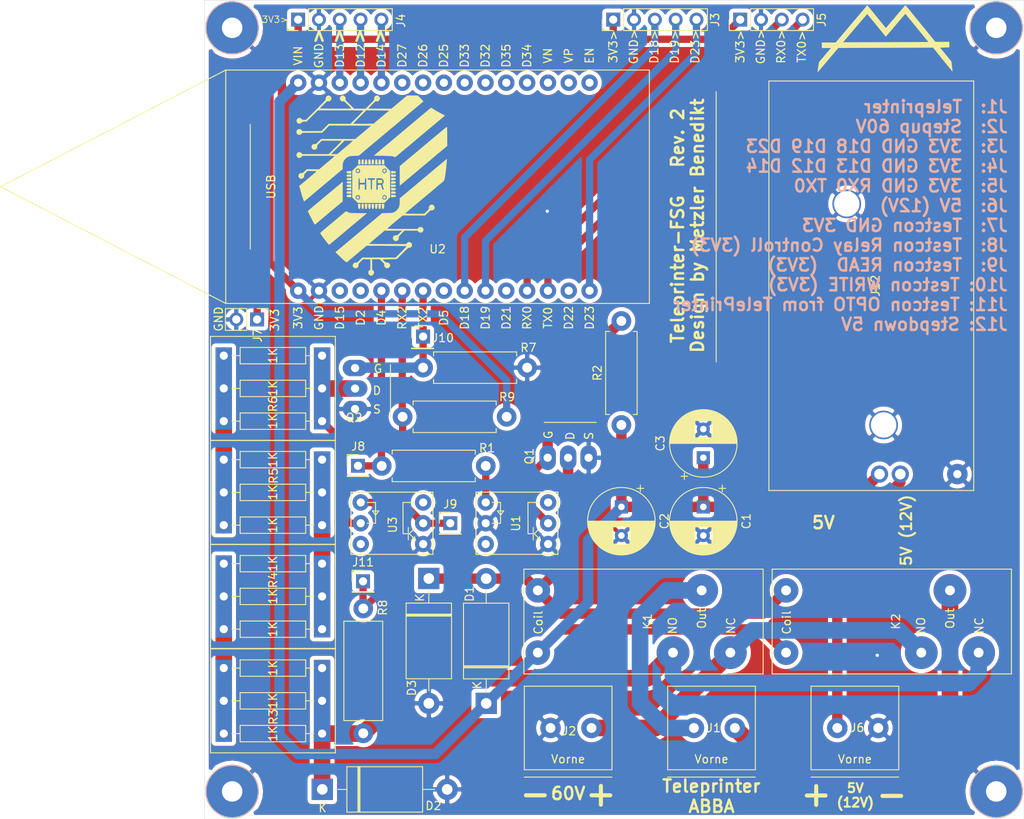
<source format=kicad_pcb>
(kicad_pcb (version 20171130) (host pcbnew "(5.1.5)-3")
  (title_block (title Teleprinter-FSG) (date 2020-09-13) (rev v02) (comment 3 "Project FSG") (comment 4 "made by Metzler "))
  (layers (0 F.Cu signal) (31 B.Cu signal) (34 B.Paste user) (35 F.Paste user) (36 B.SilkS user) (37 F.SilkS user) (38 B.Mask user) (39 F.Mask user) (44 Edge.Cuts user))
  (net 0 "")
  (net 1 GND)
  (net 2 /3V3)
  (net 3 "Net-(J1-Pad1)")
  (net 4 "Net-(Q1-Pad2)")
  (net 5 "Net-(Q2-Pad3)")
  (net 6 "Net-(R4-Pad2)")
  (net 7 "Net-(R5-Pad2)")
  (net 8 /D23)
  (net 9 /D19)
  (net 10 /D18)
  (net 11 /D12)
  (net 12 /D13)
  (net 13 /D14)
  (net 14 /TX0)
  (net 15 /RX0)
  (net 16 /5V)
  (net 17 /Relai_ground)
  (net 18 /Teleprinter_output)
  (net 19 "Net-(J1-Pad2)")
  (net 20 /Step-up_input)
  (net 21 /Voltage_reversal_Relai)
  (net 22 /read)
  (net 23 /write)
  (net 24 "Net-(J11-Pad1)")
  (net 25 "Net-(R1-Pad2)")
  (net 26 "Net-(R3-Pad2)")
  (net 27 /5V_12V)
  (module Fernschreiber:HTR_Logo (layer F.Cu) (at 65.95 62.925)
    (fp_text reference G*** hide)
    (fp_text value LOGO hide)
  )
  (module Fernschreiber:Signatur (layer F.Cu) (at 128.225 46.675 90)
    (fp_text reference G*** hide)
    (fp_text value LOGO hide)
  )
  (module Fernschreiber:Hole (layer F.Cu) (at 142.25 137.75)
    (fp_text reference H4 (at 0 0.5) (layer F.SilkS))
    (fp_text value MountingHole_Pad)
    (pad 1 thru_hole circle (at 0 0) (size 6.5 6.5) (drill 2.5) (layers *.Cu *.Mask) (net 1 GND))
  )
  (module Fernschreiber:Hole (layer F.Cu) (at 49 137.75)
    (fp_text reference H3 (at 0 0.5) (layer F.SilkS))
    (fp_text value MountingHole_Pad)
    (pad 1 thru_hole circle (at 0 0) (size 6.5 6.5) (drill 2.5) (layers *.Cu *.Mask) (net 1 GND))
  )
  (module Fernschreiber:Hole (layer F.Cu) (at 142.25 44.5)
    (fp_text reference H2 (at 0 0.5) (layer F.SilkS))
    (fp_text value MountingHole_Pad)
    (pad 1 thru_hole circle (at 0 0) (size 6.5 6.5) (drill 2.5) (layers *.Cu *.Mask) (net 1 GND))
  )
  (module Fernschreiber:Hole (layer F.Cu) (at 49 44.5)
    (fp_text reference H1 (at 0 0.5) (layer F.SilkS))
    (fp_text value MountingHole_Pad)
    (pad 1 thru_hole circle (at 0 0) (size 6.5 6.5) (drill 2.5) (layers *.Cu *.Mask) (net 1 GND))
  )
  (module Fernschreiber:stepdown (layer F.Cu) (at 127 76 90)
    (fp_text reference J12 (at 0 0.5 90) (layer F.SilkS))
    (fp_text value Conn_01x05_Male)
    (pad 1 thru_hole circle (at -23 1 90) (size 2.1 2.1) (drill 1.3) (layers *.Cu *.Mask) (net 16 /5V))
    (pad 2 thru_hole circle (at -23 3.54 90) (size 2.1 2.1) (drill 1.3) (layers *.Cu *.Mask) (net 27 /5V_12V))
    (pad 3 thru_hole circle (at -23 10.5 90) (size 2.5 2.5) (drill 1) (layers *.Cu *.Mask) (net 1 GND))
    (pad 5 thru_hole circle (at 10 -3 90) (size 3.5 3.5) (drill 3.1) (layers *.Cu *.Mask) (net 1 GND))
    (pad 4 thru_hole circle (at -17 1.5 90) (size 3.5 3.5) (drill 3.1) (layers *.Cu *.Mask) (net 1 GND))
  )
  (module Capacitor_THT:CP_Radial_D8.0mm_P3.50mm (layer F.Cu) (at 106.5 97 90)
    (fp_text reference C3 (at 1.75 -5.25 90) (layer F.SilkS))
    (fp_text value CAP)
    (pad 2 thru_hole circle (at 3.5 0 90) (size 1.6 1.6) (drill 0.8) (layers *.Cu *.Mask) (net 1 GND))
    (pad 1 thru_hole rect (at 0 0 90) (size 1.6 1.6) (drill 0.8) (layers *.Cu *.Mask) (net 16 /5V))
  )
  (module Capacitor_THT:CP_Radial_D8.0mm_P3.50mm (layer F.Cu) (at 96.5 103 270)
    (fp_text reference C2 (at 1.75 -5.25 90) (layer F.SilkS))
    (fp_text value CAP)
    (pad 2 thru_hole circle (at 3.5 0 270) (size 1.6 1.6) (drill 0.8) (layers *.Cu *.Mask) (net 1 GND))
    (pad 1 thru_hole rect (at 0 0 270) (size 1.6 1.6) (drill 0.8) (layers *.Cu *.Mask) (net 16 /5V))
  )
  (module Capacitor_THT:CP_Radial_D8.0mm_P3.50mm (layer F.Cu) (at 106.5 103 270)
    (fp_text reference C1 (at 1.75 -5.25 90) (layer F.SilkS))
    (fp_text value CAP)
    (pad 2 thru_hole circle (at 3.5 0 270) (size 1.6 1.6) (drill 0.8) (layers *.Cu *.Mask) (net 1 GND))
    (pad 1 thru_hole rect (at 0 0 270) (size 1.6 1.6) (drill 0.8) (layers *.Cu *.Mask) (net 16 /5V))
  )
  (module Connector_PinHeader_2.54mm:PinHeader_1x01_P2.54mm_Vertical (layer F.Cu) (at 64.9732 112.0902)
    (fp_text reference J11 (at 0 -2.33) (layer F.SilkS))
    (fp_text value Test_Conn_Lesen_b_opto)
    (pad 1 thru_hole rect (at 0 0) (size 1.7 1.7) (drill 1) (layers *.Cu *.Mask) (net 24 "Net-(J11-Pad1)"))
  )
  (module Connector_PinHeader_2.54mm:PinHeader_1x01_P2.54mm_Vertical (layer F.Cu) (at 72.2376 82.3516)
    (fp_text reference J10 (at 2.4892 0.0254) (layer F.SilkS))
    (fp_text value Test_Conn_write)
    (pad 1 thru_hole rect (at 0.0624 -0.1516) (size 1.7 1.7) (drill 1) (layers *.Cu *.Mask) (net 23 /write))
  )
  (module Connector_PinHeader_2.54mm:PinHeader_1x01_P2.54mm_Vertical (layer F.Cu) (at 75.6158 105)
    (fp_text reference J9 (at 0 -2.33) (layer F.SilkS))
    (fp_text value Test_Conn_read)
    (pad 1 thru_hole rect (at 0 0) (size 1.7 1.7) (drill 1) (layers *.Cu *.Mask) (net 22 /read))
  )
  (module Connector_PinHeader_2.54mm:PinHeader_1x01_P2.54mm_Vertical (layer F.Cu) (at 64.375 97.95)
    (fp_text reference J8 (at 0 -2.33) (layer F.SilkS))
    (fp_text value Test_Conn_Voltage_reversal)
    (pad 1 thru_hole rect (at -0.016 0.0322) (size 1.7 1.7) (drill 1) (layers *.Cu *.Mask) (net 21 /Voltage_reversal_Relai))
  )
  (module Connector_PinHeader_2.54mm:PinHeader_1x02_P2.54mm_Vertical (layer F.Cu) (at 52.0446 80.1116 270)
    (fp_text reference J7 (at 1.9558 -0.0508 90) (layer F.SilkS))
    (fp_text value Test_Conn_3V3)
    (pad 2 thru_hole oval (at 0 2.54 270) (size 1.7 1.7) (drill 1) (layers *.Cu *.Mask) (net 1 GND))
    (pad 1 thru_hole rect (at 0 0 270) (size 1.7 1.7) (drill 1) (layers *.Cu *.Mask) (net 2 /3V3))
  )
  (module Resistor_THT:R_Axial_DIN0411_L9.9mm_D3.6mm_P12.70mm_Horizontal (layer F.Cu) (at 69.8 92)
    (fp_text reference R9 (at 12.7508 -2.413) (layer F.SilkS))
    (fp_text value 1k)
    (pad 2 thru_hole oval (at 12.7 0) (size 2.4 2.4) (drill 1.2) (layers *.Cu *.Mask) (net 2 /3V3))
    (pad 1 thru_hole circle (at 0 0) (size 2.4 2.4) (drill 1.2) (layers *.Cu *.Mask) (net 22 /read))
  )
  (module Resistor_THT:R_Axial_DIN0414_L11.9mm_D4.5mm_P15.24mm_Horizontal (layer F.Cu) (at 65 130.65 90)
    (fp_text reference R8 (at 15.3416 2.3876 90) (layer F.SilkS))
    (fp_text value 10k)
    (pad 2 thru_hole oval (at 15.24 0 90) (size 2.4 2.4) (drill 1.2) (layers *.Cu *.Mask) (net 24 "Net-(J11-Pad1)"))
    (pad 1 thru_hole circle (at 0 0 90) (size 2.4 2.4) (drill 1.2) (layers *.Cu *.Mask) (net 18 /Teleprinter_output))
  )
  (module Resistor_THT:R_Axial_DIN0411_L9.9mm_D3.6mm_P12.70mm_Horizontal (layer F.Cu) (at 72.3 86)
    (fp_text reference R7 (at 12.8524 -2.4384) (layer F.SilkS))
    (fp_text value 1k)
    (pad 2 thru_hole oval (at 12.7 0) (size 2.4 2.4) (drill 1.2) (layers *.Cu *.Mask) (net 1 GND))
    (pad 1 thru_hole circle (at 0 0) (size 2.4 2.4) (drill 1.2) (layers *.Cu *.Mask) (net 23 /write))
  )
  (module Resistor_THT:R_Axial_DIN0411_L9.9mm_D3.6mm_P12.70mm_Horizontal (layer F.Cu) (at 96.5 93 90)
    (fp_text reference R2 (at 6.35 -2.92 90) (layer F.SilkS))
    (fp_text value 1k)
    (pad 1 thru_hole circle (at 0 0 90) (size 2.4 2.4) (drill 1.2) (layers *.Cu *.Mask) (net 16 /5V))
    (pad 2 thru_hole oval (at 12.7 0 90) (size 2.4 2.4) (drill 1.2) (layers *.Cu *.Mask) (net 4 "Net-(Q1-Pad2)"))
  )
  (module Resistor_THT:R_Axial_DIN0411_L9.9mm_D3.6mm_P12.70mm_Horizontal (layer F.Cu) (at 67.25 98)
    (fp_text reference R1 (at 12.8524 -2.1844) (layer F.SilkS))
    (fp_text value 220)
    (pad 2 thru_hole oval (at 12.7 0) (size 2.4 2.4) (drill 1.2) (layers *.Cu *.Mask) (net 25 "Net-(R1-Pad2)"))
    (pad 1 thru_hole circle (at 0 0) (size 2.4 2.4) (drill 1.2) (layers *.Cu *.Mask) (net 21 /Voltage_reversal_Relai))
  )
  (module Fernschreiber:ESP32_Joy-it (layer F.Cu) (at 74.0664 63.9064 180)
    (fp_text reference U2 (at 0 -7.62) (layer F.SilkS))
    (fp_text value ESP32_Joy-it)
    (fp_text user EN (at -18.542 16.002 90) (layer F.SilkS))
    (fp_text user VP (at -16.002 16.002 90) (layer F.SilkS))
    (fp_text user VN (at -13.462 16.002 90) (layer F.SilkS))
    (fp_text user D34 (at -10.922 16.002 90) (layer F.SilkS))
    (fp_text user D35 (at -8.382 16.002 90) (layer F.SilkS))
    (fp_text user D32 (at -5.842 16.002 90) (layer F.SilkS))
    (fp_text user D33 (at -3.302 16.002 90) (layer F.SilkS))
    (fp_text user D25 (at -0.762 16.002 90) (layer F.SilkS))
    (fp_text user D26 (at 1.778 16.002 90) (layer F.SilkS))
    (fp_text user D27 (at 4.318 16.002 90) (layer F.SilkS))
    (fp_text user D14 (at 6.858 16.002 90) (layer F.SilkS))
    (fp_text user D12 (at 9.398 16.002 90) (layer F.SilkS))
    (fp_text user D13 (at 11.938 16.002 90) (layer F.SilkS))
    (fp_text user GND (at 14.478 16.002 90) (layer F.SilkS))
    (fp_text user VIN (at 17.018 16.002 90) (layer F.SilkS))
    (fp_text user D23 (at -18.55 -16.002 90) (layer F.SilkS))
    (fp_text user D22 (at -16.01 -16.002 90) (layer F.SilkS))
    (fp_text user TX0 (at -13.47 -16.002 90) (layer F.SilkS))
    (fp_text user RX0 (at -10.93 -16.002 90) (layer F.SilkS))
    (fp_text user D21 (at -8.39 -16.002 90) (layer F.SilkS))
    (fp_text user D19 (at -5.85 -16.002 90) (layer F.SilkS))
    (fp_text user D18 (at -3.31 -16.002 90) (layer F.SilkS))
    (fp_text user D5 (at -0.77 -16.002 90) (layer F.SilkS))
    (fp_text user TX2 (at 1.77 -16.002 90) (layer F.SilkS))
    (fp_text user RX2 (at 4.31 -16.002 90) (layer F.SilkS))
    (fp_text user D4 (at 6.85 -16.002 90) (layer F.SilkS))
    (fp_text user D2 (at 9.39 -16.002 90) (layer F.SilkS))
    (fp_text user D15 (at 11.93 -16.002 90) (layer F.SilkS))
    (fp_text user GND (at 14.47 -16.002 90) (layer F.SilkS))
    (fp_text user 3V3 (at 17.018 -16.002 270) (layer F.SilkS))
    (fp_text user USB (at 20.32 0 270) (layer F.SilkS))
    (pad 16 thru_hole circle (at 17.01 12.7 180) (size 2 2) (drill 1) (layers *.Cu *.Mask) (net 16 /5V))
    (pad 17 thru_hole circle (at 14.47 12.7 180) (size 2 2) (drill 1) (layers *.Cu *.Mask) (net 1 GND))
    (pad 18 thru_hole circle (at 11.93 12.7 180) (size 2 2) (drill 1) (layers *.Cu *.Mask) (net 12 /D13))
    (pad 19 thru_hole circle (at 9.39 12.7 180) (size 2 2) (drill 1) (layers *.Cu *.Mask) (net 11 /D12))
    (pad 20 thru_hole circle (at 6.85 12.7 180) (size 2 2) (drill 1) (layers *.Cu *.Mask) (net 13 /D14))
    (pad 21 thru_hole circle (at 4.31 12.7 180) (size 2 2) (drill 1) (layers *.Cu *.Mask))
    (pad 22 thru_hole circle (at 1.77 12.7 180) (size 2 2) (drill 1) (layers *.Cu *.Mask))
    (pad 23 thru_hole circle (at -0.77 12.7 180) (size 2 2) (drill 1) (layers *.Cu *.Mask))
    (pad 24 thru_hole circle (at -3.31 12.7 180) (size 2 2) (drill 1) (layers *.Cu *.Mask))
    (pad 25 thru_hole circle (at -5.85 12.7 180) (size 2 2) (drill 1) (layers *.Cu *.Mask))
    (pad 26 thru_hole circle (at -8.39 12.7 180) (size 2 2) (drill 1) (layers *.Cu *.Mask))
    (pad 27 thru_hole circle (at -10.93 12.7 180) (size 2 2) (drill 1) (layers *.Cu *.Mask))
    (pad 28 thru_hole circle (at -13.47 12.7 180) (size 2 2) (drill 1) (layers *.Cu *.Mask))
    (pad 29 thru_hole circle (at -16.01 12.7 180) (size 2 2) (drill 1) (layers *.Cu *.Mask))
    (pad 30 thru_hole circle (at -18.55 12.7 180) (size 2 2) (drill 1) (layers *.Cu *.Mask))
    (pad 15 thru_hole circle (at 17.01 -12.7 180) (size 2 2) (drill 1) (layers *.Cu *.Mask) (net 2 /3V3))
    (pad 14 thru_hole circle (at 14.47 -12.7 180) (size 2 2) (drill 1) (layers *.Cu *.Mask) (net 1 GND))
    (pad 13 thru_hole circle (at 11.93 -12.7 180) (size 2 2) (drill 1) (layers *.Cu *.Mask))
    (pad 12 thru_hole circle (at 9.39 -12.7 180) (size 2 2) (drill 1) (layers *.Cu *.Mask))
    (pad 11 thru_hole circle (at 6.85 -12.7 180) (size 2 2) (drill 1) (layers *.Cu *.Mask) (net 21 /Voltage_reversal_Relai))
    (pad 10 thru_hole circle (at 4.31 -12.7 180) (size 2 2) (drill 1) (layers *.Cu *.Mask) (net 22 /read))
    (pad 9 thru_hole circle (at 1.77 -12.7 180) (size 2 2) (drill 1) (layers *.Cu *.Mask) (net 23 /write))
    (pad 8 thru_hole circle (at -0.77 -12.7 180) (size 2 2) (drill 1) (layers *.Cu *.Mask))
    (pad 7 thru_hole circle (at -3.31 -12.7 180) (size 2 2) (drill 1) (layers *.Cu *.Mask) (net 10 /D18))
    (pad 6 thru_hole circle (at -5.85 -12.7 180) (size 2 2) (drill 1) (layers *.Cu *.Mask) (net 9 /D19))
    (pad 5 thru_hole circle (at -8.39 -12.7 180) (size 2 2) (drill 1) (layers *.Cu *.Mask))
    (pad 4 thru_hole circle (at -10.93 -12.7 180) (size 2 2) (drill 1) (layers *.Cu *.Mask) (net 15 /RX0))
    (pad 3 thru_hole circle (at -13.47 -12.7 180) (size 2 2) (drill 1) (layers *.Cu *.Mask) (net 14 /TX0))
    (pad 2 thru_hole circle (at -16.01 -12.7 180) (size 2 2) (drill 1) (layers *.Cu *.Mask))
    (pad 1 thru_hole circle (at -18.55 -12.7 180) (size 2 2) (drill 1) (layers *.Cu *.Mask) (net 8 /D23))
  )
  (module Fernschreiber:BPM1-SS-105L (layer F.Cu) (at 129.5 117 90)
    (fp_text reference K2 (at 0 0.5 90) (layer F.SilkS))
    (fp_text value FINDER-40.41)
    (fp_text user Out (at 0.381 7.112 90) (layer F.SilkS))
    (fp_text user NC (at -0.508 10.668 90) (layer F.SilkS))
    (fp_text user NO (at -0.508 3.556 90) (layer F.SilkS))
    (fp_text user Coil (at -0.127 -12.827 90) (layer F.SilkS))
    (pad 14 thru_hole circle (at -3.8 3.6 90) (size 4 4) (drill 1.2) (layers *.Cu *.Mask) (net 20 /Step-up_input))
    (pad 12 thru_hole circle (at -3.8 10.6 90) (size 4 4) (drill 1.2) (layers *.Cu *.Mask) (net 18 /Teleprinter_output))
    (pad 11 thru_hole circle (at 3.8 7.1 90) (size 4 4) (drill 1.2) (layers *.Cu *.Mask) (net 19 "Net-(J1-Pad2)"))
    (pad A1 thru_hole circle (at 3.8 -12.9 90) (size 3 3) (drill 1.2) (layers *.Cu *.Mask) (net 17 /Relai_ground))
    (pad A2 thru_hole circle (at -3.8 -12.9 90) (size 3 3) (drill 1.2) (layers *.Cu *.Mask) (net 16 /5V))
  )
  (module Fernschreiber:BPM1-SS-105L (layer F.Cu) (at 99.2 117 90)
    (fp_text reference K1 (at 0 0.5 90) (layer F.SilkS))
    (fp_text value FINDER-40.41)
    (fp_text user Out (at 0.381 7.112 90) (layer F.SilkS))
    (fp_text user NC (at -0.508 10.668 90) (layer F.SilkS))
    (fp_text user NO (at -0.508 3.556 90) (layer F.SilkS))
    (fp_text user Coil (at -0.127 -12.827 90) (layer F.SilkS))
    (pad 14 thru_hole circle (at -3.8 3.6 90) (size 4 4) (drill 1.2) (layers *.Cu *.Mask) (net 18 /Teleprinter_output))
    (pad 12 thru_hole circle (at -3.8 10.6 90) (size 4 4) (drill 1.2) (layers *.Cu *.Mask) (net 20 /Step-up_input))
    (pad 11 thru_hole circle (at 3.8 7.1 90) (size 4 4) (drill 1.2) (layers *.Cu *.Mask) (net 3 "Net-(J1-Pad1)"))
    (pad A1 thru_hole circle (at 3.8 -12.9 90) (size 3 3) (drill 1.2) (layers *.Cu *.Mask) (net 17 /Relai_ground))
    (pad A2 thru_hole circle (at -3.8 -12.9 90) (size 3 3) (drill 1.2) (layers *.Cu *.Mask) (net 16 /5V))
  )
  (module Fernschreiber:3X1k_Parallel (layer F.Cu) (at 53.9746 101.2348 270)
    (fp_text reference R5 (at -2.032 -0.0762 90) (layer F.SilkS))
    (fp_text value 3x1k)
    (fp_text user 1K (at 4 0 90) (layer F.SilkS))
    (fp_text user 1K (at 0 0 90) (layer F.SilkS))
    (fp_text user 1K (at -4 0 90) (layer F.SilkS))
    (pad 2 thru_hole circle (at 4 6 270) (size 2 2) (drill 1) (layers *.Cu *.Mask) (net 7 "Net-(R5-Pad2)"))
    (pad 1 thru_hole circle (at 4 -6 270) (size 2 2) (drill 1) (layers *.Cu *.Mask) (net 6 "Net-(R4-Pad2)"))
    (pad 2 thru_hole rect (at 0 6 270) (size 10 2) (drill 1) (layers *.Cu *.Mask) (net 7 "Net-(R5-Pad2)"))
    (pad 1 thru_hole rect (at 0 -6 270) (size 10 2) (drill 1) (layers *.Cu *.Mask) (net 6 "Net-(R4-Pad2)"))
    (pad 2 thru_hole circle (at -4 6 270) (size 2 2) (drill 1) (layers *.Cu *.Mask) (net 7 "Net-(R5-Pad2)"))
    (pad 1 thru_hole circle (at -4 -6 270) (size 2 2) (drill 1) (layers *.Cu *.Mask) (net 6 "Net-(R4-Pad2)"))
  )
  (module "Fernschreiber:DECA MB310-500M02 Schraubklemmblock" (layer F.Cu) (at 125 130)
    (fp_text reference J6 (at 0.2794 -0.0254) (layer F.SilkS))
    (fp_text value 5V)
    (fp_text user Vorne (at 0 3.81) (layer F.SilkS))
    (pad 1 thru_hole circle (at 2.85 0) (size 2.5 2.5) (drill 1.2) (layers *.Cu *.Mask) (net 1 GND))
    (pad 2 thru_hole circle (at -2.15 0) (size 2.5 2.5) (drill 1.2) (layers *.Cu *.Mask) (net 27 /5V_12V))
  )
  (module Connector_PinHeader_2.54mm:PinHeader_1x04_P2.54mm_Vertical (layer F.Cu) (at 110.998 43.5 90)
    (fp_text reference J5 (at -0.0254 9.9314 90) (layer F.SilkS))
    (fp_text value TX,RX,3V3,GND)
    (pad 4 thru_hole oval (at 0 7.62 90) (size 1.7 1.7) (drill 1) (layers *.Cu *.Mask) (net 14 /TX0))
    (pad 3 thru_hole oval (at 0 5.08 90) (size 1.7 1.7) (drill 1) (layers *.Cu *.Mask) (net 15 /RX0))
    (pad 2 thru_hole oval (at 0 2.54 90) (size 1.7 1.7) (drill 1) (layers *.Cu *.Mask) (net 1 GND))
    (pad 1 thru_hole rect (at 0 0 90) (size 1.7 1.7) (drill 1) (layers *.Cu *.Mask) (net 2 /3V3))
  )
  (module Connector_PinHeader_2.54mm:PinHeader_1x05_P2.54mm_Vertical (layer F.Cu) (at 57.05 43.5 90)
    (fp_text reference J4 (at -0.127 12.5476 90) (layer F.SilkS))
    (fp_text value 12,13,14,3V3,GND)
    (pad 5 thru_hole oval (at 0 10.16 90) (size 1.7 1.7) (drill 1) (layers *.Cu *.Mask) (net 13 /D14))
    (pad 4 thru_hole oval (at 0 7.62 90) (size 1.7 1.7) (drill 1) (layers *.Cu *.Mask) (net 11 /D12))
    (pad 3 thru_hole oval (at 0 5.08 90) (size 1.7 1.7) (drill 1) (layers *.Cu *.Mask) (net 12 /D13))
    (pad 2 thru_hole oval (at 0 2.54 90) (size 1.7 1.7) (drill 1) (layers *.Cu *.Mask) (net 1 GND))
    (pad 1 thru_hole rect (at 0 0 90) (size 1.7 1.7) (drill 1) (layers *.Cu *.Mask) (net 2 /3V3))
  )
  (module Connector_PinHeader_2.54mm:PinHeader_1x05_P2.54mm_Vertical (layer F.Cu) (at 95.504 43.5 90)
    (fp_text reference J3 (at -0.0254 12.4206 90) (layer F.SilkS))
    (fp_text value 18,19,23,3V3,GND)
    (pad 5 thru_hole oval (at 0 10.16 90) (size 1.7 1.7) (drill 1) (layers *.Cu *.Mask) (net 8 /D23))
    (pad 4 thru_hole oval (at 0 7.62 90) (size 1.7 1.7) (drill 1) (layers *.Cu *.Mask) (net 9 /D19))
    (pad 3 thru_hole oval (at 0 5.08 90) (size 1.7 1.7) (drill 1) (layers *.Cu *.Mask) (net 10 /D18))
    (pad 2 thru_hole oval (at 0 2.54 90) (size 1.7 1.7) (drill 1) (layers *.Cu *.Mask) (net 1 GND))
    (pad 1 thru_hole rect (at 0 0 90) (size 1.7 1.7) (drill 1) (layers *.Cu *.Mask) (net 2 /3V3))
  )
  (module "Fernschreiber:DECA MB310-500M02 Schraubklemmblock" (layer F.Cu) (at 90 130)
    (fp_text reference J2 (at 0.127 0.381) (layer F.SilkS))
    (fp_text value Step-Up)
    (fp_text user Vorne (at 0 3.81) (layer F.SilkS))
    (pad 2 thru_hole circle (at 2.85 0) (size 2.5 2.5) (drill 1.2) (layers *.Cu *.Mask) (net 20 /Step-up_input))
    (pad 1 thru_hole circle (at -2.15 0) (size 2.5 2.5) (drill 1.2) (layers *.Cu *.Mask) (net 1 GND))
  )
  (module "Fernschreiber:DECA MB310-500M02 Schraubklemmblock" (layer F.Cu) (at 107.5 130)
    (fp_text reference J1 (at 0.2794 0) (layer F.SilkS))
    (fp_text value Teleprinter)
    (fp_text user Vorne (at 0 3.81) (layer F.SilkS))
    (pad 2 thru_hole circle (at 2.85 0) (size 2.5 2.5) (drill 1.2) (layers *.Cu *.Mask) (net 19 "Net-(J1-Pad2)"))
    (pad 1 thru_hole circle (at -2.15 0) (size 2.5 2.5) (drill 1.2) (layers *.Cu *.Mask) (net 3 "Net-(J1-Pad1)"))
  )
  (module Diode_THT:D_DO-201AE_P15.24mm_Horizontal (layer F.Cu) (at 73 111.75 270)
    (fp_text reference D3 (at 13.3604 2.0828 90) (layer F.SilkS))
    (fp_text value 1N5711)
    (fp_text user K (at 2.3368 1.0922 90) (layer F.SilkS))
    (pad 2 thru_hole oval (at 15.24 0 270) (size 2.6 2.6) (drill 1.3) (layers *.Cu *.Mask) (net 1 GND))
    (pad 1 thru_hole rect (at 0 0 270) (size 2.6 2.6) (drill 1.3) (layers *.Cu *.Mask) (net 17 /Relai_ground))
  )
  (module Diode_THT:D_DO-201AE_P15.24mm_Horizontal (layer F.Cu) (at 60 137.5)
    (fp_text reference D2 (at 13.5622 2.0048) (layer F.SilkS))
    (fp_text value 1N5711)
    (fp_text user K (at 0.0334 2.2842) (layer F.SilkS))
    (pad 2 thru_hole oval (at 15.24 0) (size 2.6 2.6) (drill 1.3) (layers *.Cu *.Mask) (net 1 GND))
    (pad 1 thru_hole rect (at 0 0) (size 2.6 2.6) (drill 1.3) (layers *.Cu *.Mask) (net 18 /Teleprinter_output))
  )
  (module Diode_THT:D_DO-201AE_P15.24mm_Horizontal (layer F.Cu) (at 80 127 90)
    (fp_text reference D1 (at 13.3858 -2.032 90) (layer F.SilkS))
    (fp_text value 1N5711)
    (fp_text user K (at 2.2352 -1.0922 90) (layer F.SilkS))
    (pad 2 thru_hole oval (at 15.24 0 90) (size 2.6 2.6) (drill 1.3) (layers *.Cu *.Mask) (net 17 /Relai_ground))
    (pad 1 thru_hole rect (at 0 0 90) (size 2.6 2.6) (drill 1.3) (layers *.Cu *.Mask) (net 16 /5V))
  )
  (module Fernschreiber:IC-Fassung-6pol (layer F.Cu) (at 68.5 105 270)
    (fp_text reference U3 (at 0.2006 -0.0848 90) (layer F.SilkS))
    (fp_text value 4N28)
    (pad 3 thru_hole circle (at 2.54 3.81 270) (size 2 2) (drill 1) (layers *.Cu *.Mask))
    (pad 2 thru_hole circle (at 0 3.81 270) (size 2 2) (drill 1) (layers *.Cu *.Mask) (net 5 "Net-(Q2-Pad3)"))
    (pad 4 thru_hole circle (at 2.54 -3.81 270) (size 2 2) (drill 1) (layers *.Cu *.Mask) (net 1 GND))
    (pad 1 thru_hole circle (at -2.54 3.81 270) (size 2 2) (drill 1) (layers *.Cu *.Mask) (net 24 "Net-(J11-Pad1)"))
    (pad 5 thru_hole circle (at 0 -3.81 270) (size 2 2) (drill 1) (layers *.Cu *.Mask) (net 22 /read))
    (pad 6 thru_hole circle (at -2.54 -3.81 270) (size 2 2) (drill 1) (layers *.Cu *.Mask))
  )
  (module Fernschreiber:IC-Fassung-6pol (layer F.Cu) (at 83.75 105 270)
    (fp_text reference U1 (at 0 0.127 90) (layer F.SilkS))
    (fp_text value 4N28)
    (pad 3 thru_hole circle (at 2.54 3.81 270) (size 2 2) (drill 1) (layers *.Cu *.Mask))
    (pad 2 thru_hole circle (at 0 3.81 270) (size 2 2) (drill 1) (layers *.Cu *.Mask) (net 1 GND))
    (pad 4 thru_hole circle (at 2.54 -3.81 270) (size 2 2) (drill 1) (layers *.Cu *.Mask) (net 1 GND))
    (pad 1 thru_hole circle (at -2.54 3.81 270) (size 2 2) (drill 1) (layers *.Cu *.Mask) (net 25 "Net-(R1-Pad2)"))
    (pad 5 thru_hole circle (at 0 -3.81 270) (size 2 2) (drill 1) (layers *.Cu *.Mask) (net 4 "Net-(Q1-Pad2)"))
    (pad 6 thru_hole circle (at -2.54 -3.81 270) (size 2 2) (drill 1) (layers *.Cu *.Mask))
  )
  (module Fernschreiber:3X1k_Parallel (layer F.Cu) (at 53.9746 88.5348 90)
    (fp_text reference R6 (at -1.905 0 90) (layer F.SilkS))
    (fp_text value 3x1k)
    (fp_text user 1K (at 4 0 90) (layer F.SilkS))
    (fp_text user 1K (at 0 0 90) (layer F.SilkS))
    (fp_text user 1K (at -4 0 90) (layer F.SilkS))
    (pad 2 thru_hole circle (at 4 6 90) (size 2 2) (drill 1) (layers *.Cu *.Mask) (net 5 "Net-(Q2-Pad3)"))
    (pad 1 thru_hole circle (at 4 -6 90) (size 2 2) (drill 1) (layers *.Cu *.Mask) (net 7 "Net-(R5-Pad2)"))
    (pad 2 thru_hole rect (at 0 6 90) (size 10 2) (drill 1) (layers *.Cu *.Mask) (net 5 "Net-(Q2-Pad3)"))
    (pad 1 thru_hole rect (at 0 -6 90) (size 10 2) (drill 1) (layers *.Cu *.Mask) (net 7 "Net-(R5-Pad2)"))
    (pad 2 thru_hole circle (at -4 6 90) (size 2 2) (drill 1) (layers *.Cu *.Mask) (net 5 "Net-(Q2-Pad3)"))
    (pad 1 thru_hole circle (at -4 -6 90) (size 2 2) (drill 1) (layers *.Cu *.Mask) (net 7 "Net-(R5-Pad2)"))
  )
  (module Fernschreiber:3X1k_Parallel (layer F.Cu) (at 53.9746 113.9348 90)
    (fp_text reference R4 (at 1.9812 0.0254 90) (layer F.SilkS))
    (fp_text value 3x1k)
    (fp_text user 1K (at 4 0 90) (layer F.SilkS))
    (fp_text user 1K (at 0 0 90) (layer F.SilkS))
    (fp_text user 1K (at -4 0 90) (layer F.SilkS))
    (pad 2 thru_hole circle (at 4 6 90) (size 2 2) (drill 1) (layers *.Cu *.Mask) (net 6 "Net-(R4-Pad2)"))
    (pad 1 thru_hole circle (at 4 -6 90) (size 2 2) (drill 1) (layers *.Cu *.Mask) (net 26 "Net-(R3-Pad2)"))
    (pad 2 thru_hole rect (at 0 6 90) (size 10 2) (drill 1) (layers *.Cu *.Mask) (net 6 "Net-(R4-Pad2)"))
    (pad 1 thru_hole rect (at 0 -6 90) (size 10 2) (drill 1) (layers *.Cu *.Mask) (net 26 "Net-(R3-Pad2)"))
    (pad 2 thru_hole circle (at -4 6 90) (size 2 2) (drill 1) (layers *.Cu *.Mask) (net 6 "Net-(R4-Pad2)"))
    (pad 1 thru_hole circle (at -4 -6 90) (size 2 2) (drill 1) (layers *.Cu *.Mask) (net 26 "Net-(R3-Pad2)"))
  )
  (module Fernschreiber:3X1k_Parallel (layer F.Cu) (at 53.9746 126.6848 270)
    (fp_text reference R3 (at 1.9558 -0.0508 90) (layer F.SilkS))
    (fp_text value 3x1k)
    (fp_text user 1K (at 4 0 90) (layer F.SilkS))
    (fp_text user 1K (at 0 0 90) (layer F.SilkS))
    (fp_text user 1K (at -4 0 90) (layer F.SilkS))
    (pad 2 thru_hole circle (at 4 6 270) (size 2 2) (drill 1) (layers *.Cu *.Mask) (net 26 "Net-(R3-Pad2)"))
    (pad 1 thru_hole circle (at 4 -6 270) (size 2 2) (drill 1) (layers *.Cu *.Mask) (net 18 /Teleprinter_output))
    (pad 2 thru_hole rect (at 0 6 270) (size 10 2) (drill 1) (layers *.Cu *.Mask) (net 26 "Net-(R3-Pad2)"))
    (pad 1 thru_hole rect (at 0 -6 270) (size 10 2) (drill 1) (layers *.Cu *.Mask) (net 18 /Teleprinter_output))
    (pad 2 thru_hole circle (at -4 6 270) (size 2 2) (drill 1) (layers *.Cu *.Mask) (net 26 "Net-(R3-Pad2)"))
    (pad 1 thru_hole circle (at -4 -6 270) (size 2 2) (drill 1) (layers *.Cu *.Mask) (net 18 /Teleprinter_output))
  )
  (module Fernschreiber:FQP30N06L (layer F.Cu) (at 64 88.55 180)
    (fp_text reference Q2 (at 0.127 -3.556) (layer F.SilkS))
    (fp_text value Q_NMOS_SGD)
    (fp_text user G (at -2.794 2.413) (layer F.SilkS))
    (fp_text user D (at -2.667 -0.254) (layer F.SilkS))
    (fp_text user S (at -2.667 -2.54) (layer F.SilkS))
    (pad 2 thru_hole oval (at 0 2.5 180) (size 3 2) (drill 1) (layers *.Cu *.Mask) (net 23 /write))
    (pad 3 thru_hole oval (at 0 0 180) (size 3 2) (drill 1) (layers *.Cu *.Mask) (net 5 "Net-(Q2-Pad3)"))
    (pad 1 thru_hole oval (at 0 -2.5 180) (size 3 2) (drill 1) (layers *.Cu *.Mask) (net 1 GND))
  )
  (module Fernschreiber:FQP30N06L (layer F.Cu) (at 90 97 270)
    (fp_text reference Q1 (at -0.1832 4.7316 90) (layer F.SilkS))
    (fp_text value Q_NMOS_SGD)
    (fp_text user G (at -2.794 2.413 90) (layer F.SilkS))
    (fp_text user D (at -2.667 -0.254 90) (layer F.SilkS))
    (fp_text user S (at -2.667 -2.54 90) (layer F.SilkS))
    (pad 2 thru_hole oval (at 0 2.5 270) (size 3 2) (drill 1) (layers *.Cu *.Mask) (net 4 "Net-(Q1-Pad2)"))
    (pad 3 thru_hole oval (at 0 0 270) (size 3 2) (drill 1) (layers *.Cu *.Mask) (net 17 /Relai_ground))
    (pad 1 thru_hole oval (at 0 -2.5 270) (size 3 2) (drill 1) (layers *.Cu *.Mask) (net 1 GND))
  )
  (gr_text ABBA (at 107.5 139.575) (layer F.SilkS) (effects (font (size 1.5 1.5) (thickness 0.3))))
  (gr_text "5V (12V)" (at 131.2672 105.8672 90) (layer F.SilkS) (effects (font (size 1.3 1.3) (thickness 0.25))))
  (gr_text 5V (at 121.158 104.9274) (layer F.SilkS) (effects (font (size 1.5 1.5) (thickness 0.3))))
  (gr_text 3V3 (at 54.2036 80.1878 90) (layer F.SilkS) (effects (font (size 1 1))))
  (gr_text GND (at 47.3456 80.0608 90) (layer F.SilkS) (effects (font (size 1 1))))
  (gr_text - (at 86 138) (layer F.SilkS) (effects (font (size 3 3) (thickness 0.5))))
  (gr_text + (at 94 138) (layer F.SilkS) (effects (font (size 3 3) (thickness 0.5))))
  (gr_text - (at 129.5 138.075) (layer F.SilkS) (effects (font (size 3 3) (thickness 0.5))))
  (gr_text + (at 120.275 138.025) (layer F.SilkS) (effects (font (size 3 3) (thickness 0.5))))
  (gr_text TX0> (at 118.5 46.8 90) (layer F.SilkS) (effects (font (size 1 1))))
  (gr_text RX0> (at 116 46.8 90) (layer F.SilkS) (effects (font (size 1 1))))
  (gr_text GND> (at 113.5 46.8 90) (layer F.SilkS) (effects (font (size 1 1))))
  (gr_text 3V3> (at 111 46.8 90) (layer F.SilkS) (effects (font (size 1 1))))
  (gr_text D23> (at 105.5 46.8 90) (layer F.SilkS) (effects (font (size 1 1))))
  (gr_text D19> (at 103 46.8 90) (layer F.SilkS) (effects (font (size 1 1))))
  (gr_text D18> (at 100.5 46.8 90) (layer F.SilkS) (effects (font (size 1 1))))
  (gr_text GND> (at 98 46.8 90) (layer F.SilkS) (effects (font (size 1 1))))
  (gr_text 3V3> (at 95.5 46.8 90) (layer F.SilkS) (effects (font (size 1 1))))
  (gr_text 3V3> (at 54.229 43.4848) (layer F.SilkS) (effects (font (size 0.8 0.8) (thickness 0.1))))
  (gr_text > (at 67 45.5 90) (layer F.SilkS) (effects (font (size 1.5 1.5) (thickness 0.3))))
  (gr_text > (at 64.5 45.5 90) (layer F.SilkS) (effects (font (size 1.5 1.5) (thickness 0.3))))
  (gr_text > (at 62 45.5 90) (layer F.SilkS) (effects (font (size 1.5 1.5) (thickness 0.3))))
  (gr_text > (at 59.5 45.5 90) (layer F.SilkS) (effects (font (size 1.5 1.5) (thickness 0.3))))
  (gr_circle (center 49 137.75) (end 52.2 137.75) (layer B.SilkS) (width 0.12))
  (gr_circle (center 142.25 44.5) (end 145.45 44.5) (layer B.SilkS) (width 0.12))
  (gr_line (start 45.629 41.129) (end 45.629 141.129) (layer Edge.Cuts) (width 0.05))
  (gr_line (start 145.629 41.129) (end 145.629 141.129) (layer Edge.Cuts) (width 0.05))
  (gr_circle (center 142.25 137.75) (end 145.45 137.75) (layer B.SilkS) (width 0.12))
  (gr_line (start 45.629 41.129) (end 145.629 41.129) (layer Edge.Cuts) (width 0.05))
  (gr_circle (center 49 44.5) (end 52.2 44.5) (layer B.SilkS) (width 0.12))
  (gr_line (start 108.071 85.2996) (end 108.071 52.2996) (layer F.SilkS) (width 0.12))
  (gr_line (start 45.629 141.129) (end 145.629 141.129) (layer Edge.Cuts) (width 0.05))
  (gr_text "Teleprinter-FSG   Rev. 2\nDesign by Metzler Benedikt" (at 104.5718 68.6562 90) (layer F.SilkS) (effects (font (size 1.5 1.5) (thickness 0.3))))
  (gr_text 60V (at 90 138) (layer F.SilkS) (effects (font (size 1.5 1.5) (thickness 0.3))))
  (gr_text Teleprinter (at 107.475 137.1) (layer F.SilkS) (effects (font (size 1.5 1.5) (thickness 0.3))))
  (gr_text "J1:  Teleprinter\nJ2:  Stepup 60V\nJ3:  3V3 GND D18 D19 D23\nJ4:  3V3 GND D13 D12 D14\nJ5:  3V3 GND RX0 TX0\nJ6:  5V (12V)\nJ7:  Testcon GND 3V3\nJ8:  Testcon Relay Controll (3V3)\nJ9:  Testcon READ  (3V3)\nJ10: Testcon WRITE (3V3)\nJ11: Testcon OPTO from TelePrinter\nJ12: Stepdown 5V" (at 143.825 67.425) (layer B.SilkS) (effects (font (size 1.5 1.5) (thickness 0.3)) (justify left mirror)))
  (gr_text " 5V \n(12V)" (at 125.054 138.2256) (layer F.SilkS) (effects (font (size 1.1 1.1) (thickness 0.25))))
  (segment (start 59.59 51.2) (end 59.5964 51.2064) (width 0.889) (layer F.Cu) (net 1))
  (segment (start 59.59 51.2) (end 59.5964 51.2064) (width 0.889) (layer B.Cu) (net 1))
  (via (at 87.45 66.9) (size 0.8) (drill 0.4) (layers F.Cu B.Cu) (net 1))
  (via (at 127.725 121.125) (size 0.8) (drill 0.4) (layers F.Cu B.Cu) (net 1))
  (segment (start 95.504 43.5) (end 95.504 45.2882) (width 0.889) (layer F.Cu) (net 2))
  (segment (start 95.504 45.2882) (end 96.1136 45.8978) (width 0.889) (layer F.Cu) (net 2))
  (segment (start 57.05 45.239) (end 57.05 43.5) (width 0.889) (layer F.Cu) (net 2))
  (segment (start 57.7088 45.8978) (end 57.05 45.239) (width 0.889) (layer F.Cu) (net 2))
  (segment (start 91.3672 45.8978) (end 57.7088 45.8978) (width 0.889) (layer F.Cu) (net 2))
  (segment (start 94.8944 45.8978) (end 95.504 45.2882) (width 0.889) (layer F.Cu) (net 2))
  (segment (start 91.3672 45.8978) (end 94.8944 45.8978) (width 0.889) (layer F.Cu) (net 2))
  (segment (start 94.8944 45.8978) (end 96.1136 45.8978) (width 0.889) (layer F.Cu) (net 2))
  (segment (start 57.0564 76.6064) (end 55.033613 74.583613) (width 0.889) (layer F.Cu) (net 2))
  (segment (start 52.0446 80.1116) (end 52.0446 74.8304) (width 0.889) (layer F.Cu) (net 2))
  (segment (start 52.0446 74.8304) (end 53.6194 73.2556) (width 0.889) (layer F.Cu) (net 2))
  (segment (start 53.7056 73.2556) (end 55.033613 74.583613) (width 0.889) (layer F.Cu) (net 2))
  (segment (start 53.6194 73.2556) (end 53.7056 73.2556) (width 0.889) (layer F.Cu) (net 2))
  (segment (start 53.6194 73.2556) (end 53.6194 48.6056) (width 0.889) (layer F.Cu) (net 2))
  (segment (start 57.05 45.175) (end 57.05 43.5) (width 0.889) (layer F.Cu) (net 2))
  (segment (start 56.325 45.9) (end 57.7066 45.9) (width 0.889) (layer F.Cu) (net 2))
  (segment (start 56.325 45.9) (end 57.05 45.175) (width 0.889) (layer F.Cu) (net 2))
  (segment (start 57.7066 45.9) (end 57.7088 45.8978) (width 0.889) (layer F.Cu) (net 2))
  (segment (start 53.6194 48.6056) (end 56.325 45.9) (width 0.889) (layer F.Cu) (net 2))
  (segment (start 110.998 43.502) (end 110.998 43.5) (width 0.889) (layer F.Cu) (net 2))
  (segment (start 96.1136 45.8978) (end 108.6022 45.8978) (width 0.889) (layer F.Cu) (net 2))
  (segment (start 108.6022 45.8978) (end 110.998 43.502) (width 0.889) (layer F.Cu) (net 2))
  (segment (start 82.5 87.5546) (end 82.5 92) (width 0.889) (layer B.Cu) (net 2))
  (segment (start 57.0564 76.6064) (end 59.875 79.425) (width 0.889) (layer B.Cu) (net 2))
  (segment (start 74.3704 79.425) (end 82.5 87.5546) (width 0.889) (layer B.Cu) (net 2))
  (segment (start 59.875 79.425) (end 74.3704 79.425) (width 0.889) (layer B.Cu) (net 2))
  (segment (start 98.7806 126.9492) (end 101.8314 130) (width 2.032) (layer B.Cu) (net 3))
  (segment (start 98.7806 116.459) (end 98.7806 126.9492) (width 2.032) (layer B.Cu) (net 3))
  (segment (start 106.3 113.2) (end 102.0396 113.2) (width 2.032) (layer B.Cu) (net 3))
  (segment (start 102.0396 113.2) (end 98.7806 116.459) (width 2.032) (layer B.Cu) (net 3))
  (segment (start 105.35 130) (end 101.8314 130) (width 2.032) (layer B.Cu) (net 3))
  (segment (start 87.5 89.3) (end 87.5 97) (width 1.27) (layer F.Cu) (net 4))
  (segment (start 96.5 80.3) (end 87.5 89.3) (width 1.27) (layer F.Cu) (net 4))
  (segment (start 84.582 102.007) (end 84.582 99.918) (width 0.889) (layer F.Cu) (net 4))
  (segment (start 87.56 105) (end 87.56 104.985) (width 0.889) (layer F.Cu) (net 4))
  (segment (start 84.582 99.918) (end 87.5 97) (width 0.889) (layer F.Cu) (net 4))
  (segment (start 87.56 104.985) (end 84.582 102.007) (width 0.889) (layer F.Cu) (net 4))
  (segment (start 59.9898 88.55) (end 59.9746 88.5348) (width 2.032) (layer F.Cu) (net 5))
  (segment (start 64 88.55) (end 59.9898 88.55) (width 2.032) (layer F.Cu) (net 5))
  (segment (start 63.45 105) (end 64.69 105) (width 0.889) (layer F.Cu) (net 5))
  (segment (start 62.5348 104.0848) (end 63.45 105) (width 0.889) (layer F.Cu) (net 5))
  (segment (start 59.9746 92.5348) (end 62.5348 95.095) (width 0.889) (layer F.Cu) (net 5))
  (segment (start 62.5348 95.095) (end 62.5348 104.0848) (width 0.889) (layer F.Cu) (net 5))
  (segment (start 59.9746 105.2348) (end 59.9746 109.9348) (width 2.032) (layer F.Cu) (net 6))
  (segment (start 47.9746 92.5348) (end 47.9746 97.2348) (width 2.032) (layer F.Cu) (net 7))
  (segment (start 105.664 43.5) (end 105.664 47.5488) (width 0.889) (layer B.Cu) (net 8))
  (segment (start 92.6164 60.5964) (end 92.6164 76.6064) (width 0.889) (layer B.Cu) (net 8))
  (segment (start 105.664 47.5488) (end 92.6164 60.5964) (width 0.889) (layer B.Cu) (net 8))
  (segment (start 103.124 43.5) (end 103.124 47.3202) (width 0.889) (layer B.Cu) (net 9))
  (segment (start 79.9164 70.5278) (end 79.9164 76.6064) (width 0.889) (layer B.Cu) (net 9))
  (segment (start 103.124 47.3202) (end 79.9164 70.5278) (width 0.889) (layer B.Cu) (net 9))
  (segment (start 100.584 43.5) (end 100.584 46.8884) (width 0.889) (layer B.Cu) (net 10))
  (segment (start 77.3764 70.096) (end 77.3764 76.6064) (width 0.889) (layer B.Cu) (net 10))
  (segment (start 100.584 46.8884) (end 77.3764 70.096) (width 0.889) (layer B.Cu) (net 10))
  (segment (start 64.67 51.2) (end 64.6764 51.2064) (width 0.889) (layer F.Cu) (net 11))
  (segment (start 64.67 51.2) (end 64.6764 51.2064) (width 0.889) (layer B.Cu) (net 11))
  (segment (start 64.67 43.5) (end 64.67 51.2) (width 0.889) (layer B.Cu) (net 11))
  (segment (start 62.13 51.2) (end 62.1364 51.2064) (width 0.889) (layer F.Cu) (net 12))
  (segment (start 62.13 51.2) (end 62.1364 51.2064) (width 0.889) (layer B.Cu) (net 12))
  (segment (start 62.13 43.5) (end 62.13 51.2) (width 0.889) (layer B.Cu) (net 12))
  (segment (start 67.21 51.2) (end 67.2164 51.2064) (width 0.889) (layer F.Cu) (net 13))
  (segment (start 67.21 51.2) (end 67.2164 51.2064) (width 0.889) (layer B.Cu) (net 13))
  (segment (start 67.21 43.5) (end 67.21 51.2) (width 0.889) (layer B.Cu) (net 13))
  (segment (start 87.5364 74.5816) (end 118.618 43.5) (width 0.889) (layer F.Cu) (net 14))
  (segment (start 87.5364 76.6064) (end 87.5364 74.5816) (width 0.889) (layer F.Cu) (net 14))
  (segment (start 84.9964 74.5816) (end 84.9964 76.6064) (width 0.889) (layer F.Cu) (net 15))
  (segment (start 116.078 43.5) (end 84.9964 74.5816) (width 0.889) (layer F.Cu) (net 15))
  (segment (start 115.100001 119.300001) (end 116.6 120.8) (width 1.27) (layer F.Cu) (net 16))
  (segment (start 113.764999 117.964999) (end 115.100001 119.300001) (width 1.27) (layer F.Cu) (net 16))
  (segment (start 89.135001 117.964999) (end 113.764999 117.964999) (width 1.27) (layer F.Cu) (net 16))
  (segment (start 86.3 120.8) (end 89.135001 117.964999) (width 1.27) (layer F.Cu) (net 16))
  (segment (start 96.5 93) (end 96.5 103) (width 1.27) (layer F.Cu) (net 16))
  (segment (start 96.5 103) (end 106.5 103) (width 1.27) (layer F.Cu) (net 16))
  (segment (start 106.5 97) (end 106.5 103) (width 1.27) (layer F.Cu) (net 16))
  (segment (start 124 103) (end 106.5 103) (width 1.27) (layer F.Cu) (net 16))
  (segment (start 128 99) (end 124 103) (width 1.27) (layer F.Cu) (net 16))
  (segment (start 92.4306 114.6694) (end 86.3 120.8) (width 1.27) (layer B.Cu) (net 16))
  (segment (start 96.5 103) (end 92.4306 107.0694) (width 1.27) (layer B.Cu) (net 16))
  (segment (start 92.4306 107.0694) (end 92.4306 114.6694) (width 1.27) (layer B.Cu) (net 16))
  (segment (start 79.975 127) (end 80 127) (width 1.27) (layer B.Cu) (net 16))
  (segment (start 73.8028 133.1722) (end 79.975 127) (width 1.27) (layer B.Cu) (net 16))
  (segment (start 57.051998 133.1722) (end 73.8028 133.1722) (width 1.27) (layer B.Cu) (net 16))
  (segment (start 56.056401 52.206399) (end 56.056401 52.223799) (width 1.27) (layer B.Cu) (net 16))
  (segment (start 54.775 53.5052) (end 54.775 130.895202) (width 1.27) (layer B.Cu) (net 16))
  (segment (start 57.0564 51.2064) (end 56.056401 52.206399) (width 1.27) (layer B.Cu) (net 16))
  (segment (start 56.056401 52.223799) (end 54.775 53.5052) (width 1.27) (layer B.Cu) (net 16))
  (segment (start 54.775 130.895202) (end 57.051998 133.1722) (width 1.27) (layer B.Cu) (net 16))
  (segment (start 86.225 120.8) (end 86.3 120.8) (width 1.27) (layer B.Cu) (net 16))
  (segment (start 80 127) (end 80.025 127) (width 1.27) (layer B.Cu) (net 16))
  (segment (start 80.025 127) (end 86.225 120.8) (width 1.27) (layer B.Cu) (net 16))
  (segment (start 73.01 111.76) (end 73 111.75) (width 1.27) (layer F.Cu) (net 17))
  (segment (start 80 111.76) (end 73.01 111.76) (width 1.27) (layer F.Cu) (net 17))
  (segment (start 90 109.5) (end 86.3 113.2) (width 1.27) (layer F.Cu) (net 17))
  (segment (start 90 97) (end 90 109.5) (width 1.27) (layer F.Cu) (net 17))
  (segment (start 84.86 111.76) (end 86.3 113.2) (width 1.27) (layer F.Cu) (net 17))
  (segment (start 80 111.76) (end 84.86 111.76) (width 1.27) (layer F.Cu) (net 17))
  (segment (start 113.764999 116.035001) (end 115.100001 114.699999) (width 1.27) (layer F.Cu) (net 17))
  (segment (start 115.100001 114.699999) (end 116.6 113.2) (width 1.27) (layer F.Cu) (net 17))
  (segment (start 89.135001 116.035001) (end 113.764999 116.035001) (width 1.27) (layer F.Cu) (net 17))
  (segment (start 86.3 113.2) (end 89.135001 116.035001) (width 1.27) (layer F.Cu) (net 17))
  (segment (start 59.9746 137.4746) (end 60 137.5) (width 2.032) (layer F.Cu) (net 18))
  (segment (start 59.9746 130.6848) (end 59.9746 137.4746) (width 2.032) (layer F.Cu) (net 18))
  (segment (start 64.9652 130.6848) (end 65 130.65) (width 2.032) (layer F.Cu) (net 18))
  (segment (start 59.9746 130.6848) (end 64.9652 130.6848) (width 2.032) (layer F.Cu) (net 18))
  (segment (start 66.199999 129.450001) (end 65 130.65) (width 2.032) (layer F.Cu) (net 18))
  (segment (start 71.7234 123.9266) (end 66.199999 129.450001) (width 2.032) (layer F.Cu) (net 18))
  (segment (start 102.8 120.8) (end 99.6734 123.9266) (width 2.032) (layer F.Cu) (net 18))
  (segment (start 99.6734 123.9266) (end 71.7234 123.9266) (width 2.032) (layer F.Cu) (net 18))
  (segment (start 138.9126 124.5108) (end 140.1 123.3234) (width 2.032) (layer B.Cu) (net 18))
  (segment (start 103.682373 124.5108) (end 138.9126 124.5108) (width 2.032) (layer B.Cu) (net 18))
  (segment (start 102.8 120.8) (end 102.8 123.628427) (width 2.032) (layer B.Cu) (net 18))
  (segment (start 140.1 123.3234) (end 140.1 120.8) (width 2.032) (layer B.Cu) (net 18))
  (segment (start 102.8 123.628427) (end 103.682373 124.5108) (width 2.032) (layer B.Cu) (net 18))
  (segment (start 136.6 113.2) (end 136.6 130.735) (width 2.032) (layer F.Cu) (net 19))
  (segment (start 114.0302 133.6802) (end 110.35 130) (width 2.032) (layer F.Cu) (net 19))
  (segment (start 133.6548 133.6802) (end 114.0302 133.6802) (width 2.032) (layer F.Cu) (net 19))
  (segment (start 136.6 130.735) (end 133.6548 133.6802) (width 2.032) (layer F.Cu) (net 19))
  (segment (start 112.516001 118.083999) (end 130.383999 118.083999) (width 2.032) (layer B.Cu) (net 20))
  (segment (start 131.100001 118.800001) (end 133.1 120.8) (width 2.032) (layer B.Cu) (net 20))
  (segment (start 130.383999 118.083999) (end 131.100001 118.800001) (width 2.032) (layer B.Cu) (net 20))
  (segment (start 109.8 120.8) (end 112.516001 118.083999) (width 2.032) (layer B.Cu) (net 20))
  (segment (start 92.85 130) (end 100.65 130) (width 2.032) (layer F.Cu) (net 20))
  (segment (start 109.8 120.85) (end 109.8 120.8) (width 2.032) (layer F.Cu) (net 20))
  (segment (start 100.65 130) (end 109.8 120.85) (width 2.032) (layer F.Cu) (net 20))
  (segment (start 67.2164 97.9664) (end 67.25 98) (width 0.889) (layer F.Cu) (net 21))
  (segment (start 67.2164 76.6064) (end 67.2164 97.9664) (width 0.889) (layer F.Cu) (net 21))
  (segment (start 64.3768 98) (end 64.359 97.9822) (width 0.889) (layer F.Cu) (net 21))
  (segment (start 67.25 98) (end 64.3768 98) (width 0.889) (layer F.Cu) (net 21))
  (segment (start 69.723 76.6398) (end 69.7564 76.6064) (width 0.889) (layer F.Cu) (net 22))
  (segment (start 69.7564 91.9564) (end 69.8 92) (width 0.889) (layer F.Cu) (net 22))
  (segment (start 69.7564 76.6064) (end 69.7564 91.9564) (width 0.889) (layer F.Cu) (net 22))
  (segment (start 69.8 102.49) (end 72.31 105) (width 0.889) (layer F.Cu) (net 22))
  (segment (start 69.8 92) (end 69.8 102.49) (width 0.889) (layer F.Cu) (net 22))
  (segment (start 72.31 105) (end 75.6158 105) (width 0.889) (layer F.Cu) (net 22))
  (segment (start 72.2964 85.9964) (end 72.3 86) (width 0.889) (layer F.Cu) (net 23))
  (segment (start 64.05 86) (end 64 86.05) (width 1.27) (layer B.Cu) (net 23))
  (segment (start 72.3 86) (end 64.05 86) (width 1.27) (layer B.Cu) (net 23))
  (segment (start 72.2964 82.1964) (end 72.3 82.2) (width 0.889) (layer F.Cu) (net 23))
  (segment (start 72.2964 76.6064) (end 72.2964 82.1964) (width 0.889) (layer F.Cu) (net 23))
  (segment (start 72.3 82.2) (end 72.3 86) (width 0.889) (layer F.Cu) (net 23))
  (segment (start 64.9732 115.3832) (end 65 115.41) (width 0.889) (layer F.Cu) (net 24))
  (segment (start 64.9732 112.0902) (end 64.9732 115.3832) (width 0.889) (layer F.Cu) (net 24))
  (segment (start 66.135 102.46) (end 64.69 102.46) (width 0.889) (layer F.Cu) (net 24))
  (segment (start 67.525 103.85) (end 66.135 102.46) (width 0.889) (layer F.Cu) (net 24))
  (segment (start 67.525 112.925) (end 67.525 103.85) (width 0.889) (layer F.Cu) (net 24))
  (segment (start 65 115.41) (end 65.04 115.41) (width 0.889) (layer F.Cu) (net 24))
  (segment (start 65.04 115.41) (end 67.525 112.925) (width 0.889) (layer F.Cu) (net 24))
  (segment (start 79.95 102.45) (end 79.94 102.46) (width 0.889) (layer F.Cu) (net 25))
  (segment (start 79.95 98) (end 79.95 102.45) (width 0.889) (layer F.Cu) (net 25))
  (segment (start 47.9746 117.9348) (end 47.9746 122.6848) (width 2.032) (layer F.Cu) (net 26))
  (segment (start 130.54 99.985) (end 130.54 99) (width 1.27) (layer F.Cu) (net 27))
  (segment (start 127.85 102.675) (end 130.54 99.985) (width 1.27) (layer F.Cu) (net 27))
  (segment (start 122.85 130) (end 122.85 107.65) (width 1.27) (layer F.Cu) (net 27))
  (segment (start 127.825 102.675) (end 127.85 102.675) (width 1.27) (layer F.Cu) (net 27))
  (segment (start 122.85 107.65) (end 127.825 102.675) (width 1.27) (layer F.Cu) (net 27))
  (zone (net 1) (net_name GND) (layer F.Cu) (connect_pads (clearance 0.5)) (min_thickness 0.254) (fill yes (arc_segments 32) (thermal_gap 0.508) (thermal_bridge_width 0.508))
    (polygon (pts (xy 145.6182 141.097) (xy 45.6438 141.1224) (xy 45.6184 41.148) (xy 145.6182 41.1226)))
  )
  (zone (net 1) (net_name GND) (layer B.Cu) (connect_pads (clearance 0.5)) (min_thickness 0.254) (fill yes (arc_segments 32) (thermal_gap 0.508) (thermal_bridge_width 0.508))
    (polygon (pts (xy 145.6182 141.1224) (xy 45.6184 141.1478) (xy 45.6184 41.1226) (xy 145.6436 41.1226)))
  )
)
</source>
